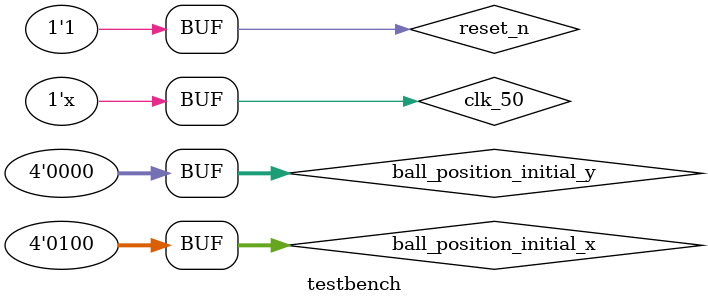
<source format=sv>
module testtop(
  input 	wire  clk_50, // 50 MHz
  input 	wire  reset_n, // reset signal
  input  wire  [3:0] ball_position_initial_x,
  input  wire  [3:0] ball_position_initial_y,
  output logic signed [4:0] ball_velocity_x, // new keyword verilog signed
  output logic signed [4:0] ball_velocity_y,
  output logic [3:0] ball_position_x,
  output logic [3:0] ball_position_y
);

// need signed version of these states
wire signed [4:0] ball_position_x_signed;
wire signed [4:0] ball_position_y_signed;
assign ball_position_x_signed = ball_position_x;
assign ball_position_y_signed = ball_position_y;

always_ff @(posedge clk_50 or negedge reset_n)
	if (!reset_n) begin
		ball_position_x = ball_position_initial_x;
		ball_position_y = ball_position_initial_y;
		ball_velocity_x = 5'b00100; 
		ball_velocity_y = 5'b00100;
	end
	else begin	
      $display("ball_velocity_x: %d", ball_velocity_x); // new keyword $display
      // Fancy dynamics
      if (ball_velocity_x >= 2)
	       ball_velocity_x = ball_velocity_x - ball_velocity_x * ball_velocity_x/5'd10; // drag force
     else if (ball_velocity_x <= -2)
          ball_velocity_x = ball_velocity_x + ball_velocity_x * ball_velocity_x/5'd10; // drag force
     
	    //ball_velocity_y = ball_velocity_y - ball_velocity_y*ball_velocity_y/12;
        $display("ball_velocity_x: %d", ball_velocity_x);
	    if (0 <= ball_position_x_signed + ball_velocity_x  // left boundary
	        && ball_position_x_signed + ball_velocity_x < 15) // right boundary
     		  ball_position_x = ball_position_x + ball_velocity_x;
		  else begin
		     ball_velocity_x = ball_velocity_x >= 0 ? -5'd4 : 5'd4;
     		  ball_position_x = ball_position_x + ball_velocity_x;
		  end
		  if (0 <= ball_position_y_signed + ball_velocity_y 
	        && ball_position_y_signed + ball_velocity_y < 15)
     	   ball_position_y = ball_position_y + ball_velocity_y; 
   	  else begin
		     ball_velocity_y = ball_velocity_y >= 0 ? -5'd4 : 5'd4;
     	   ball_position_y = ball_position_y + ball_velocity_y; 
		  end
	end
endmodule


module ball_pos_to_grid(
    input wire clk_50,
    input wire [3:0] ball_position_x, 
    input wire [3:0] ball_position_y,
    output logic [16*8*16-1:0] grid
);
    integer x, y;
    always @(posedge clk_50) begin
        for (y = 0; y < 16; y = y + 1) begin
            for (x = 0; x < 16; x = x + 1) begin
                grid[y*16*8 + x*8 + 7 -: 8] = 
                    ((x == ball_position_x) && (y == ball_position_x)) ? "o" : "_";
            end
        end
    end
endmodule


`timescale 1ns / 1ps
module testbench();
		reg [3:0] ball_position_initial_x;
		reg [3:0] ball_position_initial_y;
		wire signed [4:0] ball_velocity_x;
		wire signed [4:0] ball_velocity_y;
		reg clk_50;
		reg reset_n;
		wire [3:0] ball_position_x;
		wire [3:0] ball_position_y;
    wire [16*8*16-1:0] grid;
		testtop test (clk_50,
			      reset_n,
			      ball_position_initial_x, 
			      ball_position_initial_y, 
			      ball_velocity_x, 
			      ball_velocity_y, 
			      ball_position_x,
			      ball_position_y);
        ball_pos_to_grid bptg(
            clk_50,
            ball_position_x, 
            ball_position_y,
            grid);
		initial
        
		begin
            // new verilog keyword
                $monitor("time:%03d\n15:%16s\n14:%16s\n13:%16s\n12:%16s\n11:%16s\n10:%16s\n09:%16s\n08:%16s\n07:%16s\n06:%16s\n05:%16s\n04:%16s\n03:%16s\n02:%16s\n01:%16s\n00:%16s\n",
      	          $time,
                  grid[16*8*16-1 -:16*8],
                  grid[16*8*15-1 -:16*8],
                  grid[16*8*14-1 -:16*8],
                  grid[16*8*13-1 -:16*8],
                  grid[16*8*12-1 -:16*8],
                  grid[16*8*11-1 -:16*8],
                  grid[16*8*10-1 -:16*8],
                  grid[16*8*09-1 -:16*8],
                  grid[16*8*08-1 -:16*8],
                  grid[16*8*07-1 -:16*8],
                  grid[16*8*06-1 -:16*8],
                  grid[16*8*05-1 -:16*8],
                  grid[16*8*04-1 -:16*8],
                  grid[16*8*03-1 -:16*8],
                  grid[16*8*02-1 -:16*8],
                  grid[16*8*01-1 -:16*8]
                );
				ball_position_initial_x <= 4'b0100; 
				ball_position_initial_y <= 4'b0000; 
				// ball_velocity_x <= 4'b0001; 
				// ball_velocity_y <= 4'b0001;
				clk_50 <= 1'b0;
				
				// Create a negative edge on reset_n at #1
				// and normalize the reset signal to 1 after a clock cycle (#10).
				reset_n <= 1'b1;
				#1 reset_n <= 1'b0;
				#9 reset_n <= 1'b1;
		end
		always #5 clk_50 = ~clk_50;
endmodule


</source>
